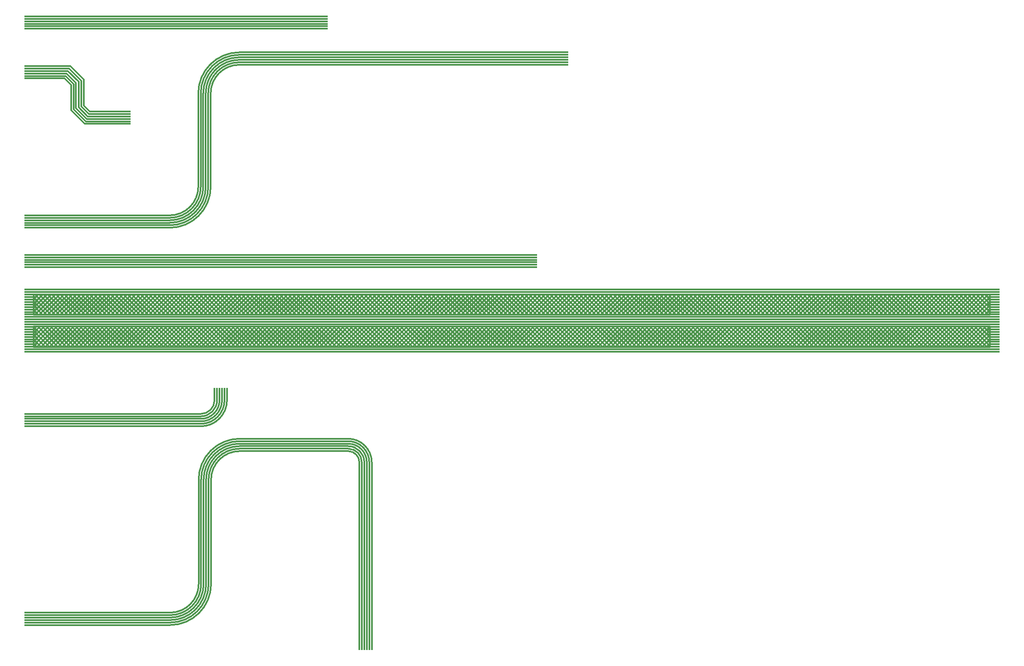
<source format=gtl>
G04*
G04 #@! TF.GenerationSoftware,Altium Limited,Altium Designer,23.10.1 (27)*
G04*
G04 Layer_Physical_Order=1*
G04 Layer_Color=255*
%FSLAX25Y25*%
%MOIN*%
G70*
G04*
G04 #@! TF.SameCoordinates,75E589B0-4E0D-4890-912C-9D4B5755E1C0*
G04*
G04*
G04 #@! TF.FilePolarity,Positive*
G04*
G01*
G75*
%ADD10C,0.01181*%
%ADD12R,0.05906X0.01181*%
%ADD13R,0.01181X0.05906*%
%ADD17C,0.01000*%
D10*
X265059Y-235236D02*
G03*
X256201Y-226378I-8858J0D01*
G01*
X274902Y-235236D02*
G03*
X256201Y-216535I-18701J0D01*
G01*
X272933Y-235236D02*
G03*
X256201Y-218504I-16732J0D01*
G01*
X270965Y-235236D02*
G03*
X256201Y-220472I-14764J0D01*
G01*
X268996Y-235236D02*
G03*
X256201Y-222441I-12795J0D01*
G01*
X267028Y-235236D02*
G03*
X256201Y-224410I-10827J0D01*
G01*
X170374Y-226378D02*
G03*
X147736Y-249016I0J-22638D01*
G01*
X170374Y-216535D02*
G03*
X137894Y-249016I0J-32480D01*
G01*
X170374Y-222441D02*
G03*
X143799Y-249016I0J-26575D01*
G01*
X170374Y-218504D02*
G03*
X139862Y-249016I0J-30512D01*
G01*
X170374Y-220472D02*
G03*
X141831Y-249016I0J-28543D01*
G01*
X170374Y-224410D02*
G03*
X145768Y-249016I0J-24606D01*
G01*
X115256Y-354331D02*
G03*
X137894Y-331693I0J22638D01*
G01*
X115256Y-356299D02*
G03*
X139862Y-331693I0J24606D01*
G01*
X115256Y-360236D02*
G03*
X143799Y-331693I0J28543D01*
G01*
X115256Y-362205D02*
G03*
X145768Y-331693I0J30512D01*
G01*
X115256Y-364173D02*
G03*
X147736Y-331693I0J32480D01*
G01*
X115256Y-358268D02*
G03*
X141831Y-331693I0J26575D01*
G01*
X139665Y-206693D02*
G03*
X160335Y-186024I0J20669D01*
G01*
X139665Y-204724D02*
G03*
X158366Y-186024I0J18701D01*
G01*
X139665Y-202756D02*
G03*
X156398Y-186024I0J16732D01*
G01*
X139665Y-200787D02*
G03*
X154429Y-186024I0J14764D01*
G01*
X139665Y-198819D02*
G03*
X152461Y-186024I0J12795D01*
G01*
X139665Y-196850D02*
G03*
X150492Y-186024I0J10827D01*
G01*
X170079Y85630D02*
G03*
X141535Y57087I0J-28543D01*
G01*
X114961Y-43504D02*
G03*
X141535Y-16929I0J26575D01*
G01*
X170079Y89567D02*
G03*
X137598Y57087I0J-32480D01*
G01*
X114961Y-39567D02*
G03*
X137598Y-16929I0J22638D01*
G01*
X170079Y79724D02*
G03*
X147441Y57087I0J-22638D01*
G01*
X114961Y-49409D02*
G03*
X147441Y-16929I0J32480D01*
G01*
X170079Y81693D02*
G03*
X145473Y57087I0J-24606D01*
G01*
X114961Y-47441D02*
G03*
X145473Y-16929I0J30512D01*
G01*
X170079Y83661D02*
G03*
X143504Y57087I0J-26575D01*
G01*
X114961Y-45472D02*
G03*
X143504Y-16929I0J28543D01*
G01*
X170079Y87598D02*
G03*
X139567Y57087I0J-30512D01*
G01*
X114961Y-41535D02*
G03*
X139567Y-16929I0J24606D01*
G01*
X274902Y-381102D02*
Y-235236D01*
X272933Y-381102D02*
Y-235236D01*
X270965Y-381102D02*
Y-235236D01*
X268996Y-381102D02*
Y-235236D01*
X267028Y-381102D02*
Y-235236D01*
X265059Y-235236D02*
X265059Y-235236D01*
X265059Y-381102D02*
Y-235236D01*
X170374Y-226378D02*
X256201D01*
X170374Y-224410D02*
X256201D01*
X170374Y-222441D02*
X256201D01*
X170374Y-220472D02*
X256201D01*
X170374Y-218504D02*
X256201D01*
X170374Y-216535D02*
X256201D01*
X147736Y-331693D02*
Y-249016D01*
X145768Y-331693D02*
Y-249016D01*
X143799Y-331693D02*
Y-249016D01*
X141831Y-331693D02*
Y-249016D01*
X139862Y-331693D02*
Y-249016D01*
X137894Y-331693D02*
Y-249016D01*
X2953Y-364173D02*
X115256D01*
X2953Y-362205D02*
X115256D01*
X2953Y-360236D02*
X115256D01*
X2953Y-358268D02*
X115256D01*
X2953Y-356299D02*
X115256D01*
Y-354331D02*
X115256Y-354331D01*
X2953Y-354331D02*
X115256D01*
X764157Y-104543D02*
Y-104118D01*
Y-102165D01*
Y-104543D02*
Y-104118D01*
X759744Y-102165D02*
X764157D01*
X759738Y-102165D02*
X764157D01*
Y-104118D02*
Y-102165D01*
X763356D02*
X764157Y-102967D01*
Y-106512D02*
Y-106087D01*
X756675Y-102165D02*
X764157Y-109648D01*
Y-106512D02*
Y-106087D01*
Y-106512D02*
Y-106087D01*
Y-104543D02*
Y-104118D01*
X760015Y-102165D02*
X764157Y-106307D01*
Y-106087D02*
Y-104543D01*
Y-106087D02*
Y-104543D01*
X616424Y-118307D02*
X632566Y-102165D01*
X616368D02*
X632510Y-118307D01*
X753334Y-102165D02*
X764157Y-112989D01*
X749993Y-102165D02*
X764157Y-116329D01*
X609743Y-118307D02*
X625884Y-102165D01*
X609687D02*
X625828Y-118307D01*
X613083D02*
X629225Y-102165D01*
X613027D02*
X629169Y-118307D01*
X626446D02*
X642588Y-102165D01*
X626390D02*
X642532Y-118307D01*
X629786D02*
X645928Y-102165D01*
X629731D02*
X645872Y-118307D01*
X619765D02*
X635906Y-102165D01*
X619709D02*
X635850Y-118307D01*
X623105D02*
X639247Y-102165D01*
X623049D02*
X639191Y-118307D01*
X764157Y-113961D02*
Y-112417D01*
Y-114386D02*
Y-113961D01*
Y-114386D02*
Y-113961D01*
Y-116354D02*
Y-115929D01*
Y-116354D02*
Y-115929D01*
Y-114386D01*
Y-113961D01*
Y-116354D02*
Y-115929D01*
Y-114386D01*
Y-110024D02*
Y-108480D01*
Y-108055D01*
Y-110449D02*
Y-110024D01*
Y-108480D01*
Y-108055D02*
Y-106512D01*
Y-108055D02*
Y-106512D01*
Y-108480D02*
Y-108055D01*
Y-108480D02*
Y-108055D01*
Y-112417D02*
Y-111992D01*
Y-112417D02*
Y-111992D01*
Y-113961D02*
Y-112417D01*
Y-111992D01*
Y-110449D02*
Y-110024D01*
Y-110449D02*
Y-110024D01*
Y-111992D02*
Y-110449D01*
Y-111992D02*
Y-110449D01*
X536192Y-102165D02*
X552334Y-118307D01*
X536248D02*
X552390Y-102165D01*
X532907Y-118307D02*
X549049Y-102165D01*
X539589Y-118307D02*
X555730Y-102165D01*
X539533D02*
X555675Y-118307D01*
X529511Y-102165D02*
X545653Y-118307D01*
X526226D02*
X542368Y-102165D01*
X532852D02*
X548993Y-118307D01*
X529567D02*
X545708Y-102165D01*
X549611Y-118307D02*
X565752Y-102165D01*
X549555D02*
X565697Y-118307D01*
X552951D02*
X569093Y-102165D01*
X552895D02*
X569037Y-118307D01*
X542929D02*
X559071Y-102165D01*
X542873D02*
X559015Y-118307D01*
X546270D02*
X562412Y-102165D01*
X546214D02*
X562356Y-118307D01*
X509467Y-102165D02*
X525609Y-118307D01*
X506182D02*
X522324Y-102165D01*
X512808D02*
X528949Y-118307D01*
X509523D02*
X525665Y-102165D01*
X502786D02*
X518927Y-118307D01*
X469435D02*
X485577Y-102165D01*
X506126D02*
X522268Y-118307D01*
X502841D02*
X518983Y-102165D01*
X522830D02*
X538971Y-118307D01*
X519545D02*
X535686Y-102165D01*
X526170D02*
X542312Y-118307D01*
X522885D02*
X539027Y-102165D01*
X516148D02*
X532290Y-118307D01*
X512863D02*
X529005Y-102165D01*
X519489D02*
X535631Y-118307D01*
X516204D02*
X532346Y-102165D01*
X589699Y-118307D02*
X605840Y-102165D01*
X589643D02*
X605785Y-118307D01*
X593039D02*
X609181Y-102165D01*
X592983D02*
X609125Y-118307D01*
X583017D02*
X599159Y-102165D01*
X582961D02*
X599103Y-118307D01*
X586358D02*
X602500Y-102165D01*
X586302D02*
X602444Y-118307D01*
X603061D02*
X619203Y-102165D01*
X603005D02*
X619147Y-118307D01*
X606402D02*
X622544Y-102165D01*
X606346D02*
X622488Y-118307D01*
X596380D02*
X612522Y-102165D01*
X596324D02*
X612466Y-118307D01*
X599721D02*
X615862Y-102165D01*
X599665D02*
X615806Y-118307D01*
X562973D02*
X579115Y-102165D01*
X562918D02*
X579059Y-118307D01*
X566314D02*
X582456Y-102165D01*
X566258D02*
X582400Y-118307D01*
X556292D02*
X572434Y-102165D01*
X556236D02*
X572378Y-118307D01*
X559633D02*
X575774Y-102165D01*
X559577D02*
X575718Y-118307D01*
X576336D02*
X592478Y-102165D01*
X576280D02*
X592422Y-118307D01*
X579677D02*
X595818Y-102165D01*
X579621D02*
X595762Y-118307D01*
X569655D02*
X585796Y-102165D01*
X569599D02*
X585741Y-118307D01*
X572995D02*
X589137Y-102165D01*
X572939D02*
X589081Y-118307D01*
X689918D02*
X706060Y-102165D01*
X693203D02*
X709345Y-118307D01*
X689863Y-102165D02*
X706004Y-118307D01*
X696544Y-102165D02*
X712686Y-118307D01*
X693259D02*
X709401Y-102165D01*
X683237Y-118307D02*
X699379Y-102165D01*
X683181D02*
X699323Y-118307D01*
X686578D02*
X702719Y-102165D01*
X686522D02*
X702664Y-118307D01*
X706566Y-102165D02*
X722708Y-118307D01*
X703281D02*
X719423Y-102165D01*
X709906D02*
X726048Y-118307D01*
X706622D02*
X722763Y-102165D01*
X699885D02*
X716026Y-118307D01*
X696600D02*
X712741Y-102165D01*
X703225D02*
X719367Y-118307D01*
X699940D02*
X716082Y-102165D01*
X663193Y-118307D02*
X679335Y-102165D01*
X663137D02*
X679279Y-118307D01*
X666534D02*
X682676Y-102165D01*
X666478D02*
X682620Y-118307D01*
X656512D02*
X672653Y-102165D01*
X656456D02*
X672598Y-118307D01*
X659853D02*
X675994Y-102165D01*
X659797D02*
X675938Y-118307D01*
X676556D02*
X692697Y-102165D01*
X676500D02*
X692642Y-118307D01*
X679896D02*
X696038Y-102165D01*
X679841D02*
X695982Y-118307D01*
X669874D02*
X686016Y-102165D01*
X669819D02*
X685960Y-118307D01*
X673215D02*
X689357Y-102165D01*
X673159D02*
X689301Y-118307D01*
X746653Y-102165D02*
X762794Y-118307D01*
X743369D02*
X759511Y-102165D01*
X750050Y-118307D02*
X764157Y-104200D01*
X746710Y-118307D02*
X762851Y-102165D01*
X739972Y-102165D02*
X756114Y-118307D01*
X736688D02*
X752829Y-102165D01*
X743313D02*
X759455Y-118307D01*
X740028D02*
X756170Y-102165D01*
X764157Y-118307D02*
Y-116354D01*
X760072Y-118307D02*
X764157Y-114222D01*
Y-118307D02*
Y-116354D01*
X763413Y-118307D02*
X764157Y-117562D01*
X756732Y-118307D02*
X764157Y-110881D01*
X753391Y-118307D02*
X764157Y-107541D01*
X759744Y-118307D02*
X764157D01*
X759744D02*
X764157D01*
X719929Y-102165D02*
X736070Y-118307D01*
X716644D02*
X732785Y-102165D01*
X723269D02*
X739411Y-118307D01*
X719984D02*
X736126Y-102165D01*
X713247D02*
X729389Y-118307D01*
X709962D02*
X726104Y-102165D01*
X716588D02*
X732730Y-118307D01*
X713303D02*
X729445Y-102165D01*
X733291D02*
X749433Y-118307D01*
X730006D02*
X746148Y-102165D01*
X736632D02*
X752774Y-118307D01*
X733347D02*
X749489Y-102165D01*
X726610D02*
X742752Y-118307D01*
X723325D02*
X739467Y-102165D01*
X729951D02*
X746092Y-118307D01*
X726666D02*
X742807Y-102165D01*
X452676D02*
X468817Y-118307D01*
X449391D02*
X465533Y-102165D01*
X456016D02*
X472158Y-118307D01*
X452732D02*
X468873Y-102165D01*
X445994D02*
X462136Y-118307D01*
X442710D02*
X458851Y-102165D01*
X449335D02*
X465477Y-118307D01*
X446050D02*
X462192Y-102165D01*
X466038D02*
X482180Y-118307D01*
X462753D02*
X478895Y-102165D01*
X469379D02*
X485521Y-118307D01*
X466094D02*
X482236Y-102165D01*
X459357D02*
X475499Y-118307D01*
X456072D02*
X472214Y-102165D01*
X462698D02*
X478839Y-118307D01*
X459413D02*
X475555Y-102165D01*
X425950D02*
X442092Y-118307D01*
X422666D02*
X438807Y-102165D01*
X429291D02*
X445433Y-118307D01*
X426006D02*
X442148Y-102165D01*
X419269D02*
X435411Y-118307D01*
X415984D02*
X432126Y-102165D01*
X422610D02*
X438752Y-118307D01*
X419325D02*
X435467Y-102165D01*
X439313D02*
X455455Y-118307D01*
X436028D02*
X452170Y-102165D01*
X442654D02*
X458795Y-118307D01*
X439369D02*
X455511Y-102165D01*
X432632D02*
X448773Y-118307D01*
X429347D02*
X445489Y-102165D01*
X435972D02*
X452114Y-118307D01*
X432688D02*
X448829Y-102165D01*
X636468Y-118307D02*
X652610Y-102165D01*
X636412D02*
X652554Y-118307D01*
X639809D02*
X655950Y-102165D01*
X639753D02*
X655894Y-118307D01*
X499501D02*
X515642Y-102165D01*
X499445D02*
X515587Y-118307D01*
X633127D02*
X649269Y-102165D01*
X633071D02*
X649213Y-118307D01*
X649830D02*
X665972Y-102165D01*
X649775D02*
X665916Y-118307D01*
X653171D02*
X669313Y-102165D01*
X653115D02*
X669257Y-118307D01*
X643149D02*
X659291Y-102165D01*
X643093D02*
X659235Y-118307D01*
X646490D02*
X662632Y-102165D01*
X646434D02*
X662576Y-118307D01*
X479457D02*
X495599Y-102165D01*
X479401D02*
X495543Y-118307D01*
X482797D02*
X498939Y-102165D01*
X482742D02*
X498883Y-118307D01*
X472776D02*
X488917Y-102165D01*
X472720D02*
X488861Y-118307D01*
X476116D02*
X492258Y-102165D01*
X476060D02*
X492202Y-118307D01*
X492819D02*
X508961Y-102165D01*
X492764D02*
X508905Y-118307D01*
X496160D02*
X512302Y-102165D01*
X496104D02*
X512246Y-118307D01*
X486138D02*
X502280Y-102165D01*
X486082D02*
X502224Y-118307D01*
X489479D02*
X505620Y-102165D01*
X489423D02*
X505565Y-118307D01*
X131972Y-102165D02*
X148114Y-118307D01*
X132028D02*
X148170Y-102165D01*
X128688Y-118307D02*
X144829Y-102165D01*
X135369Y-118307D02*
X151511Y-102165D01*
X135313D02*
X151455Y-118307D01*
X125291Y-102165D02*
X141433Y-118307D01*
X122006D02*
X138148Y-102165D01*
X128632D02*
X144773Y-118307D01*
X125347D02*
X141489Y-102165D01*
X145391Y-118307D02*
X161532Y-102165D01*
X145335D02*
X161477Y-118307D01*
X148732D02*
X164873Y-102165D01*
X148676D02*
X164817Y-118307D01*
X138709D02*
X154851Y-102165D01*
X138654D02*
X154795Y-118307D01*
X142050D02*
X158192Y-102165D01*
X141994D02*
X158136Y-118307D01*
X105247Y-102165D02*
X121389Y-118307D01*
X101962D02*
X118104Y-102165D01*
X108588D02*
X124729Y-118307D01*
X105303D02*
X121445Y-102165D01*
X98566D02*
X114708Y-118307D01*
X95281D02*
X111423Y-102165D01*
X101906D02*
X118048Y-118307D01*
X98622D02*
X114763Y-102165D01*
X118610D02*
X134751Y-118307D01*
X115325D02*
X131467Y-102165D01*
X121950D02*
X138092Y-118307D01*
X118666D02*
X134807Y-102165D01*
X111928D02*
X128070Y-118307D01*
X108644D02*
X124785Y-102165D01*
X115269D02*
X131411Y-118307D01*
X111984D02*
X128126Y-102165D01*
X182138Y-118307D02*
X198280Y-102165D01*
X182082D02*
X198224Y-118307D01*
X185479D02*
X201621Y-102165D01*
X185423D02*
X201565Y-118307D01*
X175457D02*
X191598Y-102165D01*
X175401D02*
X191543Y-118307D01*
X178797D02*
X194939Y-102165D01*
X178742D02*
X194883Y-118307D01*
X195501D02*
X211643Y-102165D01*
X195445D02*
X211587Y-118307D01*
X198841D02*
X214983Y-102165D01*
X198785D02*
X214927Y-118307D01*
X188819D02*
X204961Y-102165D01*
X188764D02*
X204905Y-118307D01*
X192160D02*
X208302Y-102165D01*
X192104D02*
X208246Y-118307D01*
X158753D02*
X174895Y-102165D01*
X158698D02*
X174839Y-118307D01*
X7382D02*
X759744D01*
X7382Y-102165D02*
X759738D01*
X152072Y-118307D02*
X168214Y-102165D01*
X152016D02*
X168158Y-118307D01*
X155413D02*
X171555Y-102165D01*
X155357D02*
X171499Y-118307D01*
X168775D02*
X184917Y-102165D01*
X168720D02*
X184861Y-118307D01*
X172116D02*
X188258Y-102165D01*
X172060D02*
X188202Y-118307D01*
X162094D02*
X178236Y-102165D01*
X162038D02*
X178180Y-118307D01*
X165435D02*
X181577Y-102165D01*
X165379D02*
X181521Y-118307D01*
X31752Y-102165D02*
X47894Y-118307D01*
X31808D02*
X47950Y-102165D01*
X28468Y-118307D02*
X44609Y-102165D01*
X35149Y-118307D02*
X51291Y-102165D01*
X35093D02*
X51235Y-118307D01*
X25071Y-102165D02*
X41213Y-118307D01*
X21786D02*
X37928Y-102165D01*
X28412D02*
X44554Y-118307D01*
X25127D02*
X41269Y-102165D01*
X91884D02*
X108026Y-118307D01*
X88600D02*
X104741Y-102165D01*
X95225D02*
X111367Y-118307D01*
X91940D02*
X108082Y-102165D01*
X38490Y-118307D02*
X54631Y-102165D01*
X38434D02*
X54576Y-118307D01*
X88544Y-102165D02*
X104685Y-118307D01*
X41774Y-102165D02*
X57916Y-118307D01*
X7382Y-116008D02*
X21225Y-102165D01*
X7382Y-112668D02*
X17884Y-102165D01*
X8424Y-118307D02*
X24566Y-102165D01*
X8368D02*
X24510Y-118307D01*
X7382Y-102646D02*
X7862Y-102165D01*
X7382Y-118307D02*
Y-102165D01*
Y-109327D02*
X14544Y-102165D01*
X7382Y-105986D02*
X11203Y-102165D01*
X18390D02*
X34532Y-118307D01*
X15105D02*
X31247Y-102165D01*
X21731D02*
X37872Y-118307D01*
X18446D02*
X34587Y-102165D01*
X11709D02*
X27850Y-118307D01*
X8424D02*
X24566Y-102165D01*
X15049D02*
X31191Y-118307D01*
X11764D02*
X27906Y-102165D01*
X68556Y-118307D02*
X84697Y-102165D01*
X68500D02*
X84641Y-118307D01*
X71896D02*
X88038Y-102165D01*
X71840D02*
X87982Y-118307D01*
X61874D02*
X78016Y-102165D01*
X61818D02*
X77960Y-118307D01*
X65215D02*
X81357Y-102165D01*
X65159D02*
X81301Y-118307D01*
X81918D02*
X98060Y-102165D01*
X81862D02*
X98004Y-118307D01*
X85259D02*
X101401Y-102165D01*
X85203D02*
X101345Y-118307D01*
X75237D02*
X91379Y-102165D01*
X75181D02*
X91323Y-118307D01*
X78578D02*
X94719Y-102165D01*
X78522D02*
X94664Y-118307D01*
X45115Y-102165D02*
X61257Y-118307D01*
X41830D02*
X57972Y-102165D01*
X45171Y-118307D02*
X61313Y-102165D01*
X7382Y-104520D02*
X21169Y-118307D01*
X7382Y-111201D02*
X14488Y-118307D01*
X7382Y-107861D02*
X17828Y-118307D01*
X7382Y-117883D02*
X7806Y-118307D01*
X7382Y-114542D02*
X11147Y-118307D01*
X55193D02*
X71335Y-102165D01*
X55137D02*
X71279Y-118307D01*
X58534D02*
X74675Y-102165D01*
X58478D02*
X74620Y-118307D01*
X48512D02*
X64653Y-102165D01*
X48456D02*
X64598Y-118307D01*
X51852D02*
X67994Y-102165D01*
X51797D02*
X67938Y-118307D01*
X342490D02*
X358631Y-102165D01*
X345775D02*
X361916Y-118307D01*
X342434Y-102165D02*
X358576Y-118307D01*
X349115Y-102165D02*
X365257Y-118307D01*
X345830D02*
X361972Y-102165D01*
X335808Y-118307D02*
X351950Y-102165D01*
X335753D02*
X351894Y-118307D01*
X339149D02*
X355291Y-102165D01*
X339093D02*
X355235Y-118307D01*
X359137Y-102165D02*
X375279Y-118307D01*
X355852D02*
X371994Y-102165D01*
X362478D02*
X378620Y-118307D01*
X359193D02*
X375335Y-102165D01*
X352456D02*
X368598Y-118307D01*
X349171D02*
X365313Y-102165D01*
X355797D02*
X371938Y-118307D01*
X352512D02*
X368653Y-102165D01*
X315764Y-118307D02*
X331906Y-102165D01*
X315709D02*
X331850Y-118307D01*
X319105D02*
X335247Y-102165D01*
X319049D02*
X335191Y-118307D01*
X309083D02*
X325225Y-102165D01*
X309027D02*
X325169Y-118307D01*
X312424D02*
X328566Y-102165D01*
X312368D02*
X328510Y-118307D01*
X329127D02*
X345269Y-102165D01*
X329071D02*
X345213Y-118307D01*
X332468D02*
X348609Y-102165D01*
X332412D02*
X348554Y-118307D01*
X322446D02*
X338587Y-102165D01*
X322390D02*
X338532Y-118307D01*
X325786D02*
X341928Y-102165D01*
X325731D02*
X341872Y-118307D01*
X399225Y-102165D02*
X415367Y-118307D01*
X395940D02*
X412082Y-102165D01*
X402566D02*
X418708Y-118307D01*
X399281D02*
X415423Y-102165D01*
X392544D02*
X408686Y-118307D01*
X389259D02*
X405401Y-102165D01*
X395884D02*
X412026Y-118307D01*
X392600D02*
X408741Y-102165D01*
X412588D02*
X428729Y-118307D01*
X409303D02*
X425445Y-102165D01*
X415928D02*
X432070Y-118307D01*
X412644D02*
X428785Y-102165D01*
X405906D02*
X422048Y-118307D01*
X402622D02*
X418763Y-102165D01*
X409247D02*
X425389Y-118307D01*
X405962D02*
X422104Y-102165D01*
X372500D02*
X388642Y-118307D01*
X369215D02*
X385357Y-102165D01*
X375840D02*
X391982Y-118307D01*
X372556D02*
X388697Y-102165D01*
X365819D02*
X381960Y-118307D01*
X362534D02*
X378676Y-102165D01*
X369159D02*
X385301Y-118307D01*
X365874D02*
X382016Y-102165D01*
X385862D02*
X402004Y-118307D01*
X382578D02*
X398719Y-102165D01*
X389203D02*
X405345Y-118307D01*
X385918D02*
X402060Y-102165D01*
X379181D02*
X395323Y-118307D01*
X375896D02*
X392038Y-102165D01*
X382522D02*
X398664Y-118307D01*
X379237D02*
X395379Y-102165D01*
X235589Y-118307D02*
X251730Y-102165D01*
X235533D02*
X251675Y-118307D01*
X238929D02*
X255071Y-102165D01*
X238874D02*
X255015Y-118307D01*
X228907D02*
X245049Y-102165D01*
X228852D02*
X244993Y-118307D01*
X232248D02*
X248390Y-102165D01*
X232192D02*
X248334Y-118307D01*
X248951D02*
X265093Y-102165D01*
X248895D02*
X265037Y-118307D01*
X252292D02*
X268434Y-102165D01*
X252236D02*
X268378Y-118307D01*
X242270D02*
X258412Y-102165D01*
X242214D02*
X258356Y-118307D01*
X245611D02*
X261752Y-102165D01*
X245555D02*
X261697Y-118307D01*
X208863D02*
X225005Y-102165D01*
X208807D02*
X224949Y-118307D01*
X212204D02*
X228346Y-102165D01*
X212148D02*
X228290Y-118307D01*
X202182D02*
X218324Y-102165D01*
X202126D02*
X218268Y-118307D01*
X205523D02*
X221664Y-102165D01*
X205467D02*
X221609Y-118307D01*
X222226D02*
X238368Y-102165D01*
X222170D02*
X238312Y-118307D01*
X225567D02*
X241708Y-102165D01*
X225511D02*
X241653Y-118307D01*
X215545D02*
X231686Y-102165D01*
X215489D02*
X231631Y-118307D01*
X218885D02*
X235027Y-102165D01*
X218829D02*
X234971Y-118307D01*
X289039D02*
X305181Y-102165D01*
X288983D02*
X305125Y-118307D01*
X292380D02*
X308522Y-102165D01*
X292324D02*
X308466Y-118307D01*
X282358D02*
X298500Y-102165D01*
X282302D02*
X298444Y-118307D01*
X285699D02*
X301840Y-102165D01*
X285643D02*
X301784Y-118307D01*
X302402D02*
X318544Y-102165D01*
X302346D02*
X318488Y-118307D01*
X305743D02*
X321884Y-102165D01*
X305687D02*
X321828Y-118307D01*
X295721D02*
X311862Y-102165D01*
X295665D02*
X311806Y-118307D01*
X299061D02*
X315203Y-102165D01*
X299005D02*
X315147Y-118307D01*
X262314D02*
X278456Y-102165D01*
X262258D02*
X278400Y-118307D01*
X265655D02*
X281796Y-102165D01*
X265599D02*
X281740Y-118307D01*
X255633D02*
X271774Y-102165D01*
X255577D02*
X271719Y-118307D01*
X258973D02*
X275115Y-102165D01*
X258917D02*
X275059Y-118307D01*
X275676D02*
X291818Y-102165D01*
X275621D02*
X291762Y-118307D01*
X279017D02*
X295159Y-102165D01*
X278961D02*
X295103Y-118307D01*
X268995D02*
X285137Y-102165D01*
X268939D02*
X285081Y-118307D01*
X272336D02*
X288478Y-102165D01*
X272280D02*
X288422Y-118307D01*
X764157Y-130134D02*
Y-129709D01*
Y-130134D02*
Y-129709D01*
Y-130134D02*
Y-129709D01*
X762221Y-127756D02*
X764157Y-129692D01*
X759744Y-127756D02*
X764157D01*
Y-129709D02*
Y-127756D01*
Y-129709D02*
Y-127756D01*
X758881D02*
X764157Y-133033D01*
X755540Y-127756D02*
X764157Y-136373D01*
Y-132102D02*
Y-131677D01*
X752199Y-127756D02*
X764157Y-139714D01*
Y-131677D02*
Y-130134D01*
Y-131677D02*
Y-130134D01*
Y-132102D02*
Y-131677D01*
Y-132102D02*
Y-131677D01*
X611893Y-127756D02*
X628034Y-143898D01*
X610877D02*
X627019Y-127756D01*
X748859D02*
X764157Y-143055D01*
X614218Y-143898D02*
X630360Y-127756D01*
X605211D02*
X621353Y-143898D01*
X604196D02*
X620338Y-127756D01*
X608552D02*
X624694Y-143898D01*
X607537D02*
X623678Y-127756D01*
X624240Y-143898D02*
X640382Y-127756D01*
X621915D02*
X638056Y-143898D01*
X627580D02*
X643722Y-127756D01*
X625255D02*
X641397Y-143898D01*
X617559D02*
X633700Y-127756D01*
X615233D02*
X631375Y-143898D01*
X620899D02*
X637041Y-127756D01*
X618574D02*
X634716Y-143898D01*
X764157Y-139551D02*
Y-138008D01*
Y-139976D02*
Y-139551D01*
Y-139976D02*
Y-139551D01*
Y-141945D02*
Y-141520D01*
Y-141945D02*
Y-141520D01*
Y-139976D01*
Y-139551D01*
Y-141945D02*
Y-141520D01*
Y-139976D01*
Y-135614D02*
Y-134071D01*
Y-133646D01*
Y-136039D02*
Y-135614D01*
Y-134071D01*
Y-133646D02*
Y-132102D01*
Y-133646D02*
Y-132102D01*
Y-134071D02*
Y-133646D01*
Y-134071D02*
Y-133646D01*
Y-138008D02*
Y-137583D01*
Y-138008D02*
Y-137583D01*
Y-139551D02*
Y-138008D01*
Y-137583D01*
Y-136039D02*
Y-135614D01*
Y-136039D02*
Y-135614D01*
Y-137583D02*
Y-136039D01*
Y-137583D02*
Y-136039D01*
X531717Y-127756D02*
X547859Y-143898D01*
X530701D02*
X546843Y-127756D01*
X535057D02*
X551199Y-143898D01*
X534042D02*
X550184Y-127756D01*
X525035D02*
X541177Y-143898D01*
X524020D02*
X540162Y-127756D01*
X528376D02*
X544518Y-143898D01*
X527361D02*
X543503Y-127756D01*
X545080D02*
X561221Y-143898D01*
X544064D02*
X560206Y-127756D01*
X548420D02*
X564562Y-143898D01*
X547405D02*
X563546Y-127756D01*
X538398D02*
X554540Y-143898D01*
X537383D02*
X553524Y-127756D01*
X541739D02*
X557881Y-143898D01*
X540723D02*
X556865Y-127756D01*
X504992D02*
X521133Y-143898D01*
X503976D02*
X520118Y-127756D01*
X508332D02*
X524474Y-143898D01*
X507317D02*
X523458Y-127756D01*
X498310D02*
X514452Y-143898D01*
X468244Y-127756D02*
X484386Y-143898D01*
X501651Y-127756D02*
X517793Y-143898D01*
X500635D02*
X516777Y-127756D01*
X518354D02*
X534496Y-143898D01*
X517339D02*
X533481Y-127756D01*
X521695D02*
X537837Y-143898D01*
X520679D02*
X536821Y-127756D01*
X511673D02*
X527815Y-143898D01*
X510657D02*
X526799Y-127756D01*
X515014D02*
X531155Y-143898D01*
X513998D02*
X530140Y-127756D01*
X585167D02*
X601309Y-143898D01*
X584152D02*
X600294Y-127756D01*
X588508D02*
X604650Y-143898D01*
X587493D02*
X603634Y-127756D01*
X578486D02*
X594628Y-143898D01*
X577471D02*
X593612Y-127756D01*
X581827D02*
X597968Y-143898D01*
X580811D02*
X596953Y-127756D01*
X598530D02*
X614672Y-143898D01*
X597515D02*
X613656Y-127756D01*
X601871D02*
X618012Y-143898D01*
X600855D02*
X616997Y-127756D01*
X591849D02*
X607991Y-143898D01*
X590833D02*
X606975Y-127756D01*
X595189D02*
X611331Y-143898D01*
X594174D02*
X610316Y-127756D01*
X558442D02*
X574584Y-143898D01*
X557427D02*
X573568Y-127756D01*
X561783D02*
X577924Y-143898D01*
X560767D02*
X576909Y-127756D01*
X551761D02*
X567903Y-143898D01*
X550745D02*
X566887Y-127756D01*
X555101D02*
X571243Y-143898D01*
X554086D02*
X570228Y-127756D01*
X571805D02*
X587947Y-143898D01*
X570789D02*
X586931Y-127756D01*
X575145D02*
X591287Y-143898D01*
X574130D02*
X590272Y-127756D01*
X565123D02*
X581265Y-143898D01*
X564108D02*
X580250Y-127756D01*
X568464D02*
X584606Y-143898D01*
X567449D02*
X583590Y-127756D01*
X688728D02*
X704870Y-143898D01*
X687712D02*
X703854Y-127756D01*
X692068D02*
X708210Y-143898D01*
X691053D02*
X707195Y-127756D01*
X682047D02*
X698188Y-143898D01*
X681031D02*
X697173Y-127756D01*
X685387D02*
X701529Y-143898D01*
X684372D02*
X700514Y-127756D01*
X702091D02*
X718232Y-143898D01*
X701075D02*
X717217Y-127756D01*
X705431D02*
X721573Y-143898D01*
X704416D02*
X720557Y-127756D01*
X695409D02*
X711551Y-143898D01*
X694394D02*
X710535Y-127756D01*
X698750D02*
X714892Y-143898D01*
X697734D02*
X713876Y-127756D01*
X662003D02*
X678144Y-143898D01*
X660987D02*
X677129Y-127756D01*
X665343D02*
X681485Y-143898D01*
X664328D02*
X680470Y-127756D01*
X655321D02*
X671463Y-143898D01*
X654306D02*
X670447Y-127756D01*
X658662D02*
X674804Y-143898D01*
X657647D02*
X673788Y-127756D01*
X675365D02*
X691507Y-143898D01*
X674350D02*
X690491Y-127756D01*
X678706D02*
X694848Y-143898D01*
X677690D02*
X693832Y-127756D01*
X668684D02*
X684826Y-143898D01*
X667668D02*
X683810Y-127756D01*
X672025D02*
X688166Y-143898D01*
X671009D02*
X687151Y-127756D01*
X742177D02*
X758319Y-143898D01*
X741163D02*
X757305Y-127756D01*
X745518D02*
X761660Y-143898D01*
X744504D02*
X760645Y-127756D01*
X735497D02*
X751639Y-143898D01*
X734482D02*
X750623Y-127756D01*
X738838D02*
X754980Y-143898D01*
X737822D02*
X753964Y-127756D01*
X764157Y-143898D02*
Y-141945D01*
X761207Y-143898D02*
X764157Y-140947D01*
Y-143898D02*
Y-141945D01*
X759744Y-143898D02*
X764157D01*
X751185Y-143898D02*
X764157Y-130925D01*
X747844Y-143898D02*
X763986Y-127756D01*
X757866Y-143898D02*
X764157Y-137606D01*
X754526Y-143898D02*
X764157Y-134266D01*
X715453Y-127756D02*
X731595Y-143898D01*
X714438D02*
X730579Y-127756D01*
X718794D02*
X734936Y-143898D01*
X717778D02*
X733920Y-127756D01*
X708772D02*
X724914Y-143898D01*
X707756D02*
X723898Y-127756D01*
X712113D02*
X728254Y-143898D01*
X711097D02*
X727239Y-127756D01*
X728816D02*
X744957Y-143898D01*
X727800D02*
X743942Y-127756D01*
X732157D02*
X748298Y-143898D01*
X731141D02*
X747283Y-127756D01*
X722134D02*
X738276Y-143898D01*
X721119D02*
X737261Y-127756D01*
X725475D02*
X741617Y-143898D01*
X724460D02*
X740601Y-127756D01*
X450526Y-143898D02*
X466667Y-127756D01*
X448200D02*
X464342Y-143898D01*
X453866D02*
X470008Y-127756D01*
X451541D02*
X467683Y-143898D01*
X443844D02*
X459986Y-127756D01*
X441519D02*
X457661Y-143898D01*
X447185D02*
X463327Y-127756D01*
X444860D02*
X461001Y-143898D01*
X463888D02*
X480030Y-127756D01*
X461563D02*
X477705Y-143898D01*
X467229D02*
X483371Y-127756D01*
X464904D02*
X481045Y-143898D01*
X457207D02*
X473349Y-127756D01*
X454882D02*
X471023Y-143898D01*
X460547D02*
X476689Y-127756D01*
X458222D02*
X474364Y-143898D01*
X423800D02*
X439942Y-127756D01*
X421475D02*
X437617Y-143898D01*
X427141D02*
X443283Y-127756D01*
X424816D02*
X440957Y-143898D01*
X417119D02*
X433261Y-127756D01*
X414794D02*
X430935Y-143898D01*
X420460D02*
X436601Y-127756D01*
X418134D02*
X434276Y-143898D01*
X437163D02*
X453305Y-127756D01*
X434838D02*
X450979Y-143898D01*
X440504D02*
X456645Y-127756D01*
X438178D02*
X454320Y-143898D01*
X430482D02*
X446623Y-127756D01*
X428156D02*
X444298Y-143898D01*
X433822D02*
X449964Y-127756D01*
X431497D02*
X447639Y-143898D01*
X635277Y-127756D02*
X651419Y-143898D01*
X634262D02*
X650404Y-127756D01*
X638618D02*
X654760Y-143898D01*
X637603D02*
X653744Y-127756D01*
X628596D02*
X644738Y-143898D01*
X497295D02*
X513437Y-127756D01*
X631937D02*
X648078Y-143898D01*
X630921D02*
X647063Y-127756D01*
X648640D02*
X664782Y-143898D01*
X647624D02*
X663766Y-127756D01*
X651981D02*
X668122Y-143898D01*
X650965D02*
X667107Y-127756D01*
X641959D02*
X658100Y-143898D01*
X640943D02*
X657085Y-127756D01*
X645299D02*
X661441Y-143898D01*
X644284D02*
X660426Y-127756D01*
X478266D02*
X494408Y-143898D01*
X477251D02*
X493393Y-127756D01*
X481607D02*
X497749Y-143898D01*
X480591D02*
X496733Y-127756D01*
X471585D02*
X487727Y-143898D01*
X470570D02*
X486711Y-127756D01*
X474926D02*
X491067Y-143898D01*
X473910D02*
X490052Y-127756D01*
X491629D02*
X507771Y-143898D01*
X490614D02*
X506755Y-127756D01*
X494970D02*
X511111Y-143898D01*
X493954D02*
X510096Y-127756D01*
X484948D02*
X501089Y-143898D01*
X483932D02*
X500074Y-127756D01*
X488288D02*
X504430Y-143898D01*
X487273D02*
X503414Y-127756D01*
X130838D02*
X146979Y-143898D01*
X133163D02*
X149305Y-127756D01*
X129822Y-143898D02*
X145964Y-127756D01*
X136504Y-143898D02*
X152645Y-127756D01*
X134178D02*
X150320Y-143898D01*
X124156Y-127756D02*
X140298Y-143898D01*
X123141D02*
X139283Y-127756D01*
X127497D02*
X143639Y-143898D01*
X126481D02*
X142623Y-127756D01*
X146526Y-143898D02*
X162667Y-127756D01*
X144200D02*
X160342Y-143898D01*
X149866D02*
X166008Y-127756D01*
X147541D02*
X163683Y-143898D01*
X139844D02*
X155986Y-127756D01*
X137519D02*
X153661Y-143898D01*
X143185D02*
X159327Y-127756D01*
X140860D02*
X157001Y-143898D01*
X104112Y-127756D02*
X120254Y-143898D01*
X103097D02*
X119239Y-127756D01*
X107453D02*
X123595Y-143898D01*
X106438D02*
X122579Y-127756D01*
X97431D02*
X113573Y-143898D01*
X96416D02*
X112557Y-127756D01*
X100772D02*
X116913Y-143898D01*
X99756D02*
X115898Y-127756D01*
X117475D02*
X133617Y-143898D01*
X116460D02*
X132601Y-127756D01*
X120816D02*
X136957Y-143898D01*
X119800D02*
X135942Y-127756D01*
X110794D02*
X126935Y-143898D01*
X109778D02*
X125920Y-127756D01*
X114134D02*
X130276Y-143898D01*
X113119D02*
X129261Y-127756D01*
X183273Y-143898D02*
X199415Y-127756D01*
X180948D02*
X197089Y-143898D01*
X186613D02*
X202755Y-127756D01*
X184288D02*
X200430Y-143898D01*
X176591D02*
X192733Y-127756D01*
X174266D02*
X190408Y-143898D01*
X179932D02*
X196074Y-127756D01*
X177607D02*
X193749Y-143898D01*
X196635D02*
X212777Y-127756D01*
X194310D02*
X210452Y-143898D01*
X199976D02*
X216118Y-127756D01*
X197651D02*
X213793Y-143898D01*
X189954D02*
X206096Y-127756D01*
X187629D02*
X203771Y-143898D01*
X193295D02*
X209436Y-127756D01*
X190970D02*
X207111Y-143898D01*
X159888D02*
X176030Y-127756D01*
X157563D02*
X173705Y-143898D01*
X7382D02*
X764157D01*
X7382Y-127756D02*
X759744D01*
X153207Y-143898D02*
X169349Y-127756D01*
X150882D02*
X167023Y-143898D01*
X156547D02*
X172689Y-127756D01*
X154222D02*
X170364Y-143898D01*
X169910D02*
X186052Y-127756D01*
X167585D02*
X183727Y-143898D01*
X173251D02*
X189392Y-127756D01*
X170926D02*
X187067Y-143898D01*
X163229D02*
X179370Y-127756D01*
X160904D02*
X177045Y-143898D01*
X166569D02*
X182711Y-127756D01*
X164244D02*
X180386Y-143898D01*
X32943D02*
X49085Y-127756D01*
X30618D02*
X46760Y-143898D01*
X36284D02*
X52425Y-127756D01*
X33959D02*
X50100Y-143898D01*
X26262D02*
X42404Y-127756D01*
X23936D02*
X40078Y-143898D01*
X29602D02*
X45744Y-127756D01*
X27277D02*
X43419Y-143898D01*
X90750Y-127756D02*
X106892Y-143898D01*
X89734D02*
X105876Y-127756D01*
X94090D02*
X110232Y-143898D01*
X93075D02*
X109217Y-127756D01*
X39624Y-143898D02*
X55766Y-127756D01*
X37299D02*
X53441Y-143898D01*
X87409Y-127756D02*
X103551Y-143898D01*
X40640Y-127756D02*
X56782Y-143898D01*
X7382Y-142734D02*
X22359Y-127756D01*
X7382Y-139393D02*
X19019Y-127756D01*
X10574D02*
X26716Y-143898D01*
X9558D02*
X25700Y-127756D01*
X7382Y-129371D02*
X8997Y-127756D01*
X7382Y-143898D02*
Y-127756D01*
Y-136052D02*
X15678Y-127756D01*
X7382Y-132712D02*
X12337Y-127756D01*
X19580Y-143898D02*
X35722Y-127756D01*
X17255D02*
X33397Y-143898D01*
X22921D02*
X39063Y-127756D01*
X20596D02*
X36738Y-143898D01*
X12899D02*
X29041Y-127756D01*
X12899Y-143898D02*
X29041Y-127756D01*
X16240Y-143898D02*
X32381Y-127756D01*
X13915D02*
X30056Y-143898D01*
X69690D02*
X85832Y-127756D01*
X67365D02*
X83507Y-143898D01*
X73031D02*
X89173Y-127756D01*
X70706D02*
X86848Y-143898D01*
X63009D02*
X79151Y-127756D01*
X60684D02*
X76825Y-143898D01*
X66350D02*
X82491Y-127756D01*
X64025D02*
X80166Y-143898D01*
X83053D02*
X99195Y-127756D01*
X80728D02*
X96869Y-143898D01*
X86394D02*
X102535Y-127756D01*
X84068D02*
X100210Y-143898D01*
X76372D02*
X92513Y-127756D01*
X74046D02*
X90188Y-143898D01*
X79712D02*
X95854Y-127756D01*
X77387D02*
X93529Y-143898D01*
X43981Y-127756D02*
X60122Y-143898D01*
X42965D02*
X59107Y-127756D01*
X46306Y-143898D02*
X62447Y-127756D01*
X7382Y-127905D02*
X23375Y-143898D01*
X7382Y-134586D02*
X16694Y-143898D01*
X7382Y-131245D02*
X20034Y-143898D01*
X7382Y-141267D02*
X10012Y-143898D01*
X7382Y-137926D02*
X13353Y-143898D01*
X56328D02*
X72469Y-127756D01*
X54002D02*
X70144Y-143898D01*
X59668D02*
X75810Y-127756D01*
X57343D02*
X73485Y-143898D01*
X49646D02*
X65788Y-127756D01*
X47321D02*
X63463Y-143898D01*
X52987D02*
X69129Y-127756D01*
X50662D02*
X66803Y-143898D01*
X343624D02*
X359766Y-127756D01*
X341299D02*
X357441Y-143898D01*
X346965D02*
X363107Y-127756D01*
X344640D02*
X360782Y-143898D01*
X336943D02*
X353085Y-127756D01*
X334618D02*
X350760Y-143898D01*
X340284D02*
X356425Y-127756D01*
X337959D02*
X354100Y-143898D01*
X356987D02*
X373129Y-127756D01*
X354662D02*
X370804Y-143898D01*
X360328D02*
X376469Y-127756D01*
X358002D02*
X374144Y-143898D01*
X350306D02*
X366447Y-127756D01*
X347980D02*
X364122Y-143898D01*
X353646D02*
X369788Y-127756D01*
X351321D02*
X367463Y-143898D01*
X316899D02*
X333041Y-127756D01*
X314574D02*
X330716Y-143898D01*
X320240D02*
X336382Y-127756D01*
X317915D02*
X334056Y-143898D01*
X310218D02*
X326360Y-127756D01*
X307893D02*
X324034Y-143898D01*
X313559D02*
X329700Y-127756D01*
X311233D02*
X327375Y-143898D01*
X330262D02*
X346404Y-127756D01*
X327937D02*
X344078Y-143898D01*
X333602D02*
X349744Y-127756D01*
X331277D02*
X347419Y-143898D01*
X323581D02*
X339722Y-127756D01*
X321255D02*
X337397Y-143898D01*
X326921D02*
X343063Y-127756D01*
X324596D02*
X340738Y-143898D01*
X397075D02*
X413217Y-127756D01*
X394750D02*
X410891Y-143898D01*
X400416D02*
X416557Y-127756D01*
X398091D02*
X414232Y-143898D01*
X390394D02*
X406535Y-127756D01*
X388069D02*
X404210Y-143898D01*
X393734D02*
X409876Y-127756D01*
X391409D02*
X407551Y-143898D01*
X410438D02*
X426579Y-127756D01*
X408112D02*
X424254Y-143898D01*
X413778D02*
X429920Y-127756D01*
X411453D02*
X427595Y-143898D01*
X403756D02*
X419898Y-127756D01*
X401431D02*
X417573Y-143898D01*
X407097D02*
X423239Y-127756D01*
X404772D02*
X420914Y-143898D01*
X370350D02*
X386491Y-127756D01*
X368024D02*
X384166Y-143898D01*
X373690D02*
X389832Y-127756D01*
X371365D02*
X387507Y-143898D01*
X363668D02*
X379810Y-127756D01*
X361343D02*
X377485Y-143898D01*
X367009D02*
X383151Y-127756D01*
X364684D02*
X380826Y-143898D01*
X383712D02*
X399854Y-127756D01*
X381387D02*
X397529Y-143898D01*
X387053D02*
X403195Y-127756D01*
X384728D02*
X400870Y-143898D01*
X377031D02*
X393173Y-127756D01*
X374706D02*
X390848Y-143898D01*
X380372D02*
X396513Y-127756D01*
X378046D02*
X394188Y-143898D01*
X236723D02*
X252865Y-127756D01*
X234398D02*
X250540Y-143898D01*
X240064D02*
X256206Y-127756D01*
X237739D02*
X253881Y-143898D01*
X230042D02*
X246184Y-127756D01*
X227717D02*
X243859Y-143898D01*
X233383D02*
X249524Y-127756D01*
X231058D02*
X247199Y-143898D01*
X250086D02*
X266228Y-127756D01*
X247761D02*
X263902Y-143898D01*
X253427D02*
X269568Y-127756D01*
X251101D02*
X267243Y-143898D01*
X243405D02*
X259546Y-127756D01*
X241079D02*
X257221Y-143898D01*
X246745D02*
X262887Y-127756D01*
X244420D02*
X260562Y-143898D01*
X209998D02*
X226140Y-127756D01*
X207673D02*
X223815Y-143898D01*
X213339D02*
X229480Y-127756D01*
X211014D02*
X227155Y-143898D01*
X203317D02*
X219458Y-127756D01*
X200992D02*
X217133Y-143898D01*
X206657D02*
X222799Y-127756D01*
X204332D02*
X220474Y-143898D01*
X223361D02*
X239502Y-127756D01*
X221036D02*
X237177Y-143898D01*
X226701D02*
X242843Y-127756D01*
X224376D02*
X240518Y-143898D01*
X216679D02*
X232821Y-127756D01*
X214354D02*
X230496Y-143898D01*
X220020D02*
X236162Y-127756D01*
X217695D02*
X233837Y-143898D01*
X290174D02*
X306316Y-127756D01*
X287849D02*
X303990Y-143898D01*
X293514D02*
X309656Y-127756D01*
X291189D02*
X307331Y-143898D01*
X283493D02*
X299634Y-127756D01*
X281167D02*
X297309Y-143898D01*
X286833D02*
X302975Y-127756D01*
X284508D02*
X300650Y-143898D01*
X303537D02*
X319678Y-127756D01*
X301211D02*
X317353Y-143898D01*
X306877D02*
X323019Y-127756D01*
X304552D02*
X320694Y-143898D01*
X296855D02*
X312997Y-127756D01*
X294530D02*
X310672Y-143898D01*
X300196D02*
X316338Y-127756D01*
X297871D02*
X314012Y-143898D01*
X263449D02*
X279590Y-127756D01*
X261123D02*
X277265Y-143898D01*
X266789D02*
X282931Y-127756D01*
X264464D02*
X280606Y-143898D01*
X256767D02*
X272909Y-127756D01*
X254442D02*
X270584Y-143898D01*
X260108D02*
X276250Y-127756D01*
X257783D02*
X273924Y-143898D01*
X276811D02*
X292953Y-127756D01*
X274486D02*
X290628Y-143898D01*
X280152D02*
X296294Y-127756D01*
X277827D02*
X293968Y-143898D01*
X270130D02*
X286272Y-127756D01*
X267805D02*
X283946Y-143898D01*
X273471D02*
X289612Y-127756D01*
X271145D02*
X287287Y-143898D01*
X160335Y-186024D02*
X160335Y-186024D01*
Y-179134D01*
X158366Y-186024D02*
X158366Y-186024D01*
Y-179134D01*
X156398Y-186024D02*
X156398Y-186024D01*
Y-179134D01*
X154429Y-186024D02*
X154429Y-186024D01*
Y-179134D01*
X152461Y-186024D02*
Y-179134D01*
X152461Y-186024D02*
X152461Y-186024D01*
X150492Y-186024D02*
X150492Y-186024D01*
Y-179134D01*
X2953Y-206693D02*
X139665D01*
X2953Y-204724D02*
X139665D01*
X2953Y-202756D02*
X139665D01*
X2953Y-200787D02*
X139665D01*
X2953Y-198819D02*
X139665D01*
X2953Y-196850D02*
X139665D01*
X764222Y-124016D02*
X768701D01*
X759744D02*
X764222D01*
X2953D02*
X759744D01*
X764222Y-122047D02*
X768701D01*
X759744D02*
X764222D01*
X2953D02*
X759744D01*
X764222Y-125984D02*
X768701D01*
X759744D02*
X764222D01*
X2953D02*
X759744D01*
X759744Y-120079D02*
X764222D01*
X2953D02*
X759744D01*
X764222Y-98425D02*
X768701D01*
X759744D02*
X764222D01*
X2953D02*
X759744D01*
X764222Y-147638D02*
X768701D01*
X759744D02*
X764222D01*
X2953D02*
X759744D01*
Y-145669D02*
X768701D01*
X759744Y-120079D02*
X768701Y-120079D01*
X759744Y-100394D02*
X768701D01*
X762402Y-143701D02*
X768701D01*
X762402Y-141732D02*
X768701D01*
X762402Y-139764D02*
X768701D01*
X762402Y-137795D02*
X768701D01*
X762402Y-135827D02*
X768701D01*
X762402Y-133858D02*
X768701Y-133858D01*
X762402Y-131890D02*
X768701Y-131890D01*
X762402Y-129921D02*
X768701D01*
X762402Y-127953D02*
X768701D01*
X762402Y-118110D02*
X768701Y-118110D01*
X762402Y-116142D02*
X768701Y-116142D01*
X762402Y-114173D02*
X768701Y-114173D01*
X762402Y-112205D02*
X768701Y-112205D01*
X762402Y-110236D02*
X768701D01*
X762402Y-108268D02*
X768701D01*
X762402Y-106299D02*
X768701D01*
X762402Y-104331D02*
X768701Y-104331D01*
X762402Y-102362D02*
X768701D01*
X2953Y-143701D02*
X9252D01*
X2953Y-141732D02*
X9252D01*
X2953Y-139764D02*
X9252D01*
X2953Y-137795D02*
X9252D01*
X2953Y-135827D02*
X9252D01*
X2953Y-133858D02*
X9252D01*
X2953Y-131890D02*
X9252D01*
X2953Y-129921D02*
X9252D01*
X2953Y-127953D02*
X9252D01*
X2953Y-118110D02*
X9252D01*
X2953Y-116142D02*
X9252D01*
X2953Y-114173D02*
X9252D01*
X2953Y-112205D02*
X9252D01*
X2953Y-110236D02*
X9252D01*
X2953Y-108268D02*
X9252D01*
X2953Y-106299D02*
X9252D01*
X2953Y-104331D02*
X9252D01*
X2953Y-102362D02*
X9252D01*
X2953Y-145669D02*
X764222D01*
X2953Y-100394D02*
X764222D01*
X2953Y-70866D02*
X402559D01*
X2953Y-72835D02*
X402559D01*
X2953Y-74803D02*
X402559D01*
X2953Y-76772D02*
X402559D01*
X2953Y-78740D02*
X402559D01*
X2953Y-80709D02*
X402559D01*
X170079Y85630D02*
X425984D01*
X141535Y-16929D02*
Y57087D01*
X2953Y-43504D02*
X114961D01*
X170079Y89567D02*
X425984D01*
X137598Y-16929D02*
Y57087D01*
X2953Y-39567D02*
X114961D01*
X170079Y79724D02*
X425984D01*
X147441Y-16929D02*
Y57087D01*
X2953Y-49409D02*
X114961D01*
X170079Y81693D02*
X425984D01*
X145473Y-16929D02*
Y57087D01*
X2953Y-47441D02*
X114961D01*
X170079Y83661D02*
X425984D01*
X143504Y-16929D02*
Y57087D01*
X2953Y-45472D02*
X114961D01*
X170079Y87598D02*
X425984D01*
X139567Y-16929D02*
Y57087D01*
X2953Y-41535D02*
X114961D01*
X2953Y78740D02*
X36220D01*
X47047Y67913D01*
Y47441D02*
Y67913D01*
X35335Y76772D02*
X44980Y67126D01*
X2953Y76772D02*
X35335D01*
X34449Y74803D02*
X42913Y66339D01*
X2953Y74803D02*
X34449D01*
X33465Y72835D02*
X40846Y65453D01*
X2953Y72835D02*
X33465D01*
X2953Y70866D02*
X32579D01*
X38976Y64468D01*
X44980Y46752D02*
Y67126D01*
X42913Y46063D02*
Y66339D01*
X47047Y47441D02*
X51772Y42717D01*
X81004D01*
X50984Y40748D02*
X81004D01*
X44980Y46752D02*
X50984Y40748D01*
X40846Y45374D02*
Y65453D01*
X42913Y46063D02*
X50197Y38780D01*
X81004D01*
X49409Y36811D02*
X81004D01*
X40846Y45374D02*
X49409Y36811D01*
X31791Y68898D02*
X37106Y63583D01*
X2953Y68898D02*
X31791D01*
X38976Y44488D02*
Y64468D01*
X37106Y43602D02*
Y63583D01*
X38976Y44488D02*
X48622Y34843D01*
X81004D01*
X47835Y32874D02*
X81004D01*
X37106Y43602D02*
X47835Y32874D01*
X2953Y116142D02*
X237205D01*
X2953Y114173D02*
X237205D01*
X2953Y112205D02*
X237205D01*
X2953Y110236D02*
X237205D01*
X2953Y108268D02*
X237205D01*
X2953Y118110D02*
X237205D01*
D12*
X2953Y-364173D02*
D03*
Y-362205D02*
D03*
Y-360236D02*
D03*
Y-358268D02*
D03*
Y-356299D02*
D03*
Y-354331D02*
D03*
Y-206693D02*
D03*
Y-204724D02*
D03*
Y-202756D02*
D03*
Y-200787D02*
D03*
X2953Y-198819D02*
D03*
Y-196850D02*
D03*
X768701Y-137795D02*
D03*
Y-139764D02*
D03*
Y-141732D02*
D03*
Y-143701D02*
D03*
Y-145669D02*
D03*
Y-147638D02*
D03*
Y-135827D02*
D03*
Y-133858D02*
D03*
Y-131890D02*
D03*
Y-129921D02*
D03*
Y-127953D02*
D03*
Y-125984D02*
D03*
Y-124016D02*
D03*
X768701Y-122047D02*
D03*
X768701Y-120079D02*
D03*
Y-118110D02*
D03*
Y-116142D02*
D03*
Y-114173D02*
D03*
Y-112205D02*
D03*
Y-110236D02*
D03*
Y-108268D02*
D03*
Y-106299D02*
D03*
Y-104331D02*
D03*
Y-102362D02*
D03*
Y-100394D02*
D03*
Y-98425D02*
D03*
X2953Y-108268D02*
D03*
Y-106299D02*
D03*
Y-104331D02*
D03*
Y-102362D02*
D03*
Y-100394D02*
D03*
Y-98425D02*
D03*
Y-110236D02*
D03*
Y-112205D02*
D03*
Y-114173D02*
D03*
Y-116142D02*
D03*
Y-118110D02*
D03*
Y-120079D02*
D03*
Y-122047D02*
D03*
Y-124016D02*
D03*
Y-125984D02*
D03*
Y-127953D02*
D03*
Y-129921D02*
D03*
Y-131890D02*
D03*
Y-133858D02*
D03*
Y-135827D02*
D03*
Y-137795D02*
D03*
Y-139764D02*
D03*
Y-141732D02*
D03*
Y-143701D02*
D03*
Y-145669D02*
D03*
Y-147638D02*
D03*
Y68898D02*
D03*
Y70866D02*
D03*
Y72835D02*
D03*
Y74803D02*
D03*
Y76772D02*
D03*
Y78740D02*
D03*
X81004Y32874D02*
D03*
Y34843D02*
D03*
Y36811D02*
D03*
Y38780D02*
D03*
Y40748D02*
D03*
Y42717D02*
D03*
X2953Y108268D02*
D03*
Y110236D02*
D03*
Y112205D02*
D03*
Y114173D02*
D03*
Y116142D02*
D03*
Y118110D02*
D03*
X237205Y108268D02*
D03*
Y110236D02*
D03*
Y112205D02*
D03*
Y114173D02*
D03*
Y116142D02*
D03*
Y118110D02*
D03*
X2953Y-49409D02*
D03*
Y-47441D02*
D03*
Y-45472D02*
D03*
Y-43504D02*
D03*
Y-41535D02*
D03*
Y-39567D02*
D03*
X427362Y79724D02*
D03*
Y81693D02*
D03*
Y83661D02*
D03*
Y85630D02*
D03*
Y87598D02*
D03*
Y89567D02*
D03*
X2953Y-80709D02*
D03*
Y-78740D02*
D03*
Y-76772D02*
D03*
Y-74803D02*
D03*
Y-72835D02*
D03*
Y-70866D02*
D03*
X402559Y-80709D02*
D03*
Y-78740D02*
D03*
Y-76772D02*
D03*
Y-74803D02*
D03*
Y-72835D02*
D03*
Y-70866D02*
D03*
D13*
X274902Y-381102D02*
D03*
X272933D02*
D03*
X270965D02*
D03*
X268996D02*
D03*
X267028D02*
D03*
X265059D02*
D03*
X150492Y-179134D02*
D03*
X152461D02*
D03*
X154429D02*
D03*
X156398D02*
D03*
X158366D02*
D03*
X160335D02*
D03*
D17*
X764748Y-102362D02*
X768701D01*
X764748Y-104331D02*
X768701D01*
X764748Y-110236D02*
X768701D01*
X764748Y-108268D02*
X768701D01*
X764748Y-114173D02*
X768701D01*
X764748Y-112205D02*
X768701D01*
X764748Y-106299D02*
X768701D01*
X764748Y-118110D02*
X768701D01*
X764748Y-116142D02*
X768701D01*
X764748Y-127953D02*
X768701D01*
X764748Y-129921D02*
X768701D01*
X764748Y-135827D02*
X768701D01*
X764748Y-133858D02*
X768701D01*
X764748Y-139764D02*
X768701D01*
X764748Y-137795D02*
X768701D01*
X764748Y-131890D02*
X768701D01*
X764748Y-143701D02*
X768701D01*
X764748Y-141732D02*
X768701D01*
M02*

</source>
